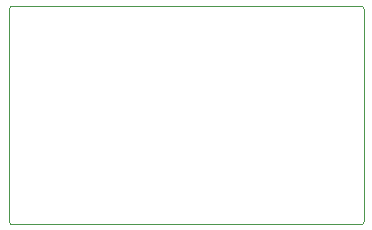
<source format=gbr>
%TF.GenerationSoftware,KiCad,Pcbnew,6.0.10-86aedd382b~118~ubuntu20.04.1*%
%TF.CreationDate,2023-02-01T15:49:50-08:00*%
%TF.ProjectId,CAD,4341442e-6b69-4636-9164-5f7063625858,rev?*%
%TF.SameCoordinates,Original*%
%TF.FileFunction,Profile,NP*%
%FSLAX46Y46*%
G04 Gerber Fmt 4.6, Leading zero omitted, Abs format (unit mm)*
G04 Created by KiCad (PCBNEW 6.0.10-86aedd382b~118~ubuntu20.04.1) date 2023-02-01 15:49:50*
%MOMM*%
%LPD*%
G01*
G04 APERTURE LIST*
%TA.AperFunction,Profile*%
%ADD10C,0.050000*%
%TD*%
G04 APERTURE END LIST*
D10*
X59323223Y-148323223D02*
X59292133Y-148361107D01*
X89207867Y-148361107D02*
X89176777Y-148323223D01*
X59361107Y-166707867D02*
X59404329Y-166730970D01*
X59269030Y-166595671D02*
X59292133Y-166638893D01*
X59500000Y-148250000D02*
X59451227Y-148254804D01*
X89176777Y-148323223D02*
X89138893Y-148292133D01*
X89048773Y-166745196D02*
X89095671Y-166730970D01*
X89245196Y-166548773D02*
X89250000Y-166500000D01*
X59404329Y-166730970D02*
X59451227Y-166745196D01*
X59269030Y-148404329D02*
X59254804Y-148451227D01*
X59292133Y-166638893D02*
X59323223Y-166676777D01*
X59250000Y-148500000D02*
X59250000Y-166500000D01*
X89095671Y-166730970D02*
X89138893Y-166707867D01*
X59451227Y-166745196D02*
X59500000Y-166750000D01*
X89048773Y-148254804D02*
X89000000Y-148250000D01*
X89230970Y-148404329D02*
X89207867Y-148361107D01*
X89138893Y-148292133D02*
X89095671Y-148269030D01*
X89250000Y-166500000D02*
X89250000Y-148500000D01*
X59250000Y-166500000D02*
X59254804Y-166548773D01*
X59323223Y-166676777D02*
X59361107Y-166707867D01*
X89095671Y-148269030D02*
X89048773Y-148254804D01*
X89138893Y-166707867D02*
X89176777Y-166676777D01*
X59404329Y-148269030D02*
X59361107Y-148292133D01*
X59292133Y-148361107D02*
X59269030Y-148404329D01*
X59500000Y-166750000D02*
X89000000Y-166750000D01*
X59254804Y-148451227D02*
X59250000Y-148500000D01*
X59361107Y-148292133D02*
X59323223Y-148323223D01*
X89000000Y-166750000D02*
X89048773Y-166745196D01*
X59254804Y-166548773D02*
X59269030Y-166595671D01*
X89000000Y-148250000D02*
X59500000Y-148250000D01*
X89230970Y-166595671D02*
X89245196Y-166548773D01*
X59451227Y-148254804D02*
X59404329Y-148269030D01*
X89207867Y-166638893D02*
X89230970Y-166595671D01*
X89250000Y-148500000D02*
X89245196Y-148451227D01*
X89176777Y-166676777D02*
X89207867Y-166638893D01*
X89245196Y-148451227D02*
X89230970Y-148404329D01*
M02*

</source>
